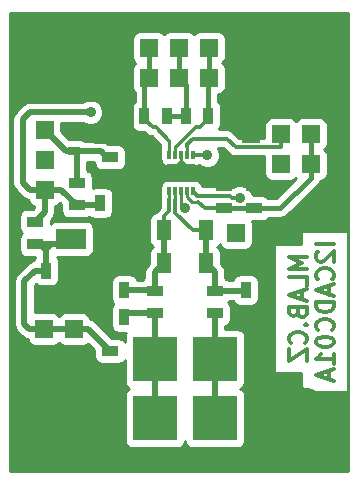
<source format=gbr>
G04 This is an RS-274x file exported by *
G04 gerbv version 2.6.0 *
G04 More information is available about gerbv at *
G04 http://gerbv.gpleda.org/ *
G04 --End of header info--*
%MOIN*%
%FSLAX34Y34*%
%IPPOS*%
G04 --Define apertures--*
%ADD10C,0.0118*%
%ADD11R,0.0350X0.0550*%
%ADD12R,0.0550X0.0350*%
%ADD13R,0.0984X0.0709*%
%ADD14R,0.0512X0.0669*%
%ADD15R,0.0394X0.0315*%
%ADD16R,0.0600X0.0600*%
%ADD17C,0.2362*%
%ADD18R,0.1500X0.1500*%
%ADD19R,0.0118X0.0256*%
%ADD20R,0.0488X0.0305*%
%ADD21C,0.0350*%
%ADD22C,0.0100*%
%ADD23C,0.0157*%
%ADD24C,0.0197*%
G04 --Start main section--*
G54D10*
G01X0011167Y0007936D02*
G01X0010577Y0007936D01*
G01X0010633Y0007683D02*
G01X0010605Y0007654D01*
G01X0010605Y0007654D02*
G01X0010577Y0007598D01*
G01X0010577Y0007598D02*
G01X0010577Y0007458D01*
G01X0010577Y0007458D02*
G01X0010605Y0007401D01*
G01X0010605Y0007401D02*
G01X0010633Y0007373D01*
G01X0010633Y0007373D02*
G01X0010689Y0007345D01*
G01X0010689Y0007345D02*
G01X0010745Y0007345D01*
G01X0010745Y0007345D02*
G01X0010830Y0007373D01*
G01X0010830Y0007373D02*
G01X0011167Y0007711D01*
G01X0011167Y0007711D02*
G01X0011167Y0007345D01*
G01X0011111Y0006755D02*
G01X0011139Y0006783D01*
G01X0011139Y0006783D02*
G01X0011167Y0006867D01*
G01X0011167Y0006867D02*
G01X0011167Y0006923D01*
G01X0011167Y0006923D02*
G01X0011139Y0007008D01*
G01X0011139Y0007008D02*
G01X0011083Y0007064D01*
G01X0011083Y0007064D02*
G01X0011027Y0007092D01*
G01X0011027Y0007092D02*
G01X0010914Y0007120D01*
G01X0010914Y0007120D02*
G01X0010830Y0007120D01*
G01X0010830Y0007120D02*
G01X0010717Y0007092D01*
G01X0010717Y0007092D02*
G01X0010661Y0007064D01*
G01X0010661Y0007064D02*
G01X0010605Y0007008D01*
G01X0010605Y0007008D02*
G01X0010577Y0006923D01*
G01X0010577Y0006923D02*
G01X0010577Y0006867D01*
G01X0010577Y0006867D02*
G01X0010605Y0006783D01*
G01X0010605Y0006783D02*
G01X0010633Y0006755D01*
G01X0010998Y0006530D02*
G01X0010998Y0006248D01*
G01X0011167Y0006586D02*
G01X0010577Y0006389D01*
G01X0010577Y0006389D02*
G01X0011167Y0006192D01*
G01X0011167Y0005995D02*
G01X0010577Y0005995D01*
G01X0010577Y0005995D02*
G01X0010577Y0005855D01*
G01X0010577Y0005855D02*
G01X0010605Y0005770D01*
G01X0010605Y0005770D02*
G01X0010661Y0005714D01*
G01X0010661Y0005714D02*
G01X0010717Y0005686D01*
G01X0010717Y0005686D02*
G01X0010830Y0005658D01*
G01X0010830Y0005658D02*
G01X0010914Y0005658D01*
G01X0010914Y0005658D02*
G01X0011027Y0005686D01*
G01X0011027Y0005686D02*
G01X0011083Y0005714D01*
G01X0011083Y0005714D02*
G01X0011139Y0005770D01*
G01X0011139Y0005770D02*
G01X0011167Y0005855D01*
G01X0011167Y0005855D02*
G01X0011167Y0005995D01*
G01X0011111Y0005067D02*
G01X0011139Y0005095D01*
G01X0011139Y0005095D02*
G01X0011167Y0005180D01*
G01X0011167Y0005180D02*
G01X0011167Y0005236D01*
G01X0011167Y0005236D02*
G01X0011139Y0005320D01*
G01X0011139Y0005320D02*
G01X0011083Y0005377D01*
G01X0011083Y0005377D02*
G01X0011027Y0005405D01*
G01X0011027Y0005405D02*
G01X0010914Y0005433D01*
G01X0010914Y0005433D02*
G01X0010830Y0005433D01*
G01X0010830Y0005433D02*
G01X0010717Y0005405D01*
G01X0010717Y0005405D02*
G01X0010661Y0005377D01*
G01X0010661Y0005377D02*
G01X0010605Y0005320D01*
G01X0010605Y0005320D02*
G01X0010577Y0005236D01*
G01X0010577Y0005236D02*
G01X0010577Y0005180D01*
G01X0010577Y0005180D02*
G01X0010605Y0005095D01*
G01X0010605Y0005095D02*
G01X0010633Y0005067D01*
G01X0010577Y0004702D02*
G01X0010577Y0004645D01*
G01X0010577Y0004645D02*
G01X0010605Y0004589D01*
G01X0010605Y0004589D02*
G01X0010633Y0004561D01*
G01X0010633Y0004561D02*
G01X0010689Y0004533D01*
G01X0010689Y0004533D02*
G01X0010802Y0004505D01*
G01X0010802Y0004505D02*
G01X0010942Y0004505D01*
G01X0010942Y0004505D02*
G01X0011055Y0004533D01*
G01X0011055Y0004533D02*
G01X0011111Y0004561D01*
G01X0011111Y0004561D02*
G01X0011139Y0004589D01*
G01X0011139Y0004589D02*
G01X0011167Y0004645D01*
G01X0011167Y0004645D02*
G01X0011167Y0004702D01*
G01X0011167Y0004702D02*
G01X0011139Y0004758D01*
G01X0011139Y0004758D02*
G01X0011111Y0004786D01*
G01X0011111Y0004786D02*
G01X0011055Y0004814D01*
G01X0011055Y0004814D02*
G01X0010942Y0004842D01*
G01X0010942Y0004842D02*
G01X0010802Y0004842D01*
G01X0010802Y0004842D02*
G01X0010689Y0004814D01*
G01X0010689Y0004814D02*
G01X0010633Y0004786D01*
G01X0010633Y0004786D02*
G01X0010605Y0004758D01*
G01X0010605Y0004758D02*
G01X0010577Y0004702D01*
G01X0011167Y0003942D02*
G01X0011167Y0004280D01*
G01X0011167Y0004111D02*
G01X0010577Y0004111D01*
G01X0010577Y0004111D02*
G01X0010661Y0004167D01*
G01X0010661Y0004167D02*
G01X0010717Y0004224D01*
G01X0010717Y0004224D02*
G01X0010745Y0004280D01*
G01X0010998Y0003717D02*
G01X0010998Y0003436D01*
G01X0011167Y0003774D02*
G01X0010577Y0003577D01*
G01X0010577Y0003577D02*
G01X0011167Y0003380D01*
G01X0010267Y0007501D02*
G01X0009677Y0007501D01*
G01X0009677Y0007501D02*
G01X0010098Y0007304D01*
G01X0010098Y0007304D02*
G01X0009677Y0007108D01*
G01X0009677Y0007108D02*
G01X0010267Y0007108D01*
G01X0010267Y0006545D02*
G01X0010267Y0006826D01*
G01X0010267Y0006826D02*
G01X0009677Y0006826D01*
G01X0010098Y0006376D02*
G01X0010098Y0006095D01*
G01X0010267Y0006433D02*
G01X0009677Y0006236D01*
G01X0009677Y0006236D02*
G01X0010267Y0006039D01*
G01X0009958Y0005645D02*
G01X0009986Y0005561D01*
G01X0009986Y0005561D02*
G01X0010014Y0005533D01*
G01X0010014Y0005533D02*
G01X0010070Y0005505D01*
G01X0010070Y0005505D02*
G01X0010155Y0005505D01*
G01X0010155Y0005505D02*
G01X0010211Y0005533D01*
G01X0010211Y0005533D02*
G01X0010239Y0005561D01*
G01X0010239Y0005561D02*
G01X0010267Y0005617D01*
G01X0010267Y0005617D02*
G01X0010267Y0005842D01*
G01X0010267Y0005842D02*
G01X0009677Y0005842D01*
G01X0009677Y0005842D02*
G01X0009677Y0005645D01*
G01X0009677Y0005645D02*
G01X0009705Y0005589D01*
G01X0009705Y0005589D02*
G01X0009733Y0005561D01*
G01X0009733Y0005561D02*
G01X0009789Y0005533D01*
G01X0009789Y0005533D02*
G01X0009845Y0005533D01*
G01X0009845Y0005533D02*
G01X0009902Y0005561D01*
G01X0009902Y0005561D02*
G01X0009930Y0005589D01*
G01X0009930Y0005589D02*
G01X0009958Y0005645D01*
G01X0009958Y0005645D02*
G01X0009958Y0005842D01*
G01X0010211Y0005252D02*
G01X0010239Y0005224D01*
G01X0010239Y0005224D02*
G01X0010267Y0005252D01*
G01X0010267Y0005252D02*
G01X0010239Y0005280D01*
G01X0010239Y0005280D02*
G01X0010211Y0005252D01*
G01X0010211Y0005252D02*
G01X0010267Y0005252D01*
G01X0010211Y0004633D02*
G01X0010239Y0004661D01*
G01X0010239Y0004661D02*
G01X0010267Y0004745D01*
G01X0010267Y0004745D02*
G01X0010267Y0004802D01*
G01X0010267Y0004802D02*
G01X0010239Y0004886D01*
G01X0010239Y0004886D02*
G01X0010183Y0004942D01*
G01X0010183Y0004942D02*
G01X0010127Y0004970D01*
G01X0010127Y0004970D02*
G01X0010014Y0004999D01*
G01X0010014Y0004999D02*
G01X0009930Y0004999D01*
G01X0009930Y0004999D02*
G01X0009817Y0004970D01*
G01X0009817Y0004970D02*
G01X0009761Y0004942D01*
G01X0009761Y0004942D02*
G01X0009705Y0004886D01*
G01X0009705Y0004886D02*
G01X0009677Y0004802D01*
G01X0009677Y0004802D02*
G01X0009677Y0004745D01*
G01X0009677Y0004745D02*
G01X0009705Y0004661D01*
G01X0009705Y0004661D02*
G01X0009733Y0004633D01*
G01X0009677Y0004436D02*
G01X0009677Y0004042D01*
G01X0009677Y0004042D02*
G01X0010267Y0004436D01*
G01X0010267Y0004436D02*
G01X0010267Y0004042D01*
G54D11*
G01X0008975Y0006400D03*
G01X0008225Y0006400D03*
G01X0004175Y0006400D03*
G01X0003425Y0006400D03*
G54D12*
G01X0008500Y0009875D03*
G01X0008500Y0009125D03*
G01X0007500Y0009875D03*
G01X0007500Y0009125D03*
G54D13*
G01X0003987Y0008100D03*
G01X0002413Y0008100D03*
G54D14*
G01X0006889Y0007300D03*
G01X0005511Y0007300D03*
G01X0005511Y0008400D03*
G01X0006889Y0008400D03*
G54D15*
G01X0003383Y0011400D03*
G01X0002517Y0011775D03*
G01X0002517Y0011025D03*
G54D16*
G01X0001500Y0006100D03*
G01X0002500Y0006100D03*
G01X0001500Y0005100D03*
G01X0002500Y0005100D03*
G01X0001500Y0004100D03*
G01X0002500Y0004100D03*
G01X0008900Y0008300D03*
G01X0007900Y0008300D03*
G01X0010400Y0010600D03*
G01X0009400Y0010600D03*
G01X0010400Y0011600D03*
G01X0009400Y0011600D03*
G01X0008000Y0014475D03*
G01X0008000Y0013475D03*
G01X0007000Y0014475D03*
G01X0007000Y0013475D03*
G01X0006000Y0014475D03*
G01X0006000Y0013475D03*
G01X0005000Y0014475D03*
G01X0005000Y0013475D03*
G01X0004000Y0014475D03*
G01X0004000Y0013475D03*
G54D17*
G01X0002000Y0014000D03*
G01X0010000Y0002000D03*
G01X0010000Y0014000D03*
G01X0002000Y0002000D03*
G54D18*
G01X0007200Y0002131D03*
G01X0007200Y0004100D03*
G01X0005200Y0002131D03*
G01X0005200Y0004100D03*
G54D12*
G01X0007200Y0006375D03*
G01X0007200Y0005625D03*
G01X0005200Y0006375D03*
G01X0005200Y0005625D03*
G01X0002600Y0009975D03*
G01X0002600Y0009225D03*
G54D11*
G01X0006975Y0012200D03*
G01X0006225Y0012200D03*
G01X0004850Y0012200D03*
G01X0005600Y0012200D03*
G54D19*
G01X0006469Y0009690D03*
G01X0006272Y0009690D03*
G01X0006075Y0009690D03*
G01X0005878Y0009690D03*
G01X0005681Y0009690D03*
G01X0005681Y0010910D03*
G01X0005878Y0010910D03*
G01X0006075Y0010910D03*
G01X0006272Y0010910D03*
G01X0006469Y0010910D03*
G54D20*
G01X0005831Y0010453D03*
G01X0006319Y0010453D03*
G01X0005831Y0010147D03*
G01X0006319Y0010147D03*
G54D16*
G01X0001525Y0009750D03*
G01X0001525Y0010750D03*
G01X0001525Y0011750D03*
G01X0008400Y0010600D03*
G01X0008400Y0011600D03*
G54D12*
G01X0001200Y0007925D03*
G01X0001200Y0008675D03*
G54D11*
G01X0002325Y0007050D03*
G01X0001575Y0007050D03*
G01X0004125Y0009300D03*
G01X0003375Y0009300D03*
G54D12*
G01X0003700Y0003625D03*
G01X0003700Y0004375D03*
G01X0003700Y0010075D03*
G01X0003700Y0010825D03*
G54D11*
G01X0003425Y0005500D03*
G01X0004175Y0005500D03*
G54D21*
G01X0003054Y0012327D03*
G01X0006200Y0009125D03*
G01X0006950Y0010900D03*
G01X0008032Y0009465D03*
G54D22*
G01X0006075Y0010910D02*
G01X0006075Y0010697D01*
G01X0006075Y0010697D02*
G01X0005831Y0010453D01*
G01X0006075Y0010697D02*
G01X0006319Y0010453D01*
G54D23*
G01X0004000Y0014475D02*
G01X0004000Y0013475D01*
G01X0008000Y0014475D02*
G01X0008000Y0013475D01*
G54D24*
G01X0007200Y0006375D02*
G01X0008200Y0006375D01*
G01X0008200Y0006375D02*
G01X0008225Y0006400D01*
G01X0006889Y0007300D02*
G01X0006889Y0008400D01*
G01X0007200Y0006375D02*
G01X0007200Y0006989D01*
G01X0007200Y0006989D02*
G01X0006889Y0007300D01*
G54D10*
G01X0005878Y0008984D02*
G01X0005878Y0009388D01*
G01X0006462Y0008400D02*
G01X0005878Y0008984D01*
G01X0006889Y0008400D02*
G01X0006462Y0008400D01*
G54D22*
G01X0005878Y0009690D02*
G01X0005878Y0009388D01*
G54D24*
G01X0004175Y0006400D02*
G01X0005175Y0006400D01*
G01X0005175Y0006400D02*
G01X0005200Y0006375D01*
G54D22*
G01X0005681Y0008570D02*
G01X0005511Y0008400D01*
G54D24*
G01X0005511Y0007300D02*
G01X0005511Y0008400D01*
G01X0005200Y0006375D02*
G01X0005200Y0006989D01*
G01X0005200Y0006989D02*
G01X0005511Y0007300D01*
G54D10*
G01X0005681Y0009023D02*
G01X0005681Y0009446D01*
G01X0005511Y0008853D02*
G01X0005681Y0009023D01*
G01X0005511Y0008400D02*
G01X0005511Y0008853D01*
G54D22*
G01X0005681Y0009569D02*
G01X0005681Y0009569D01*
G01X0005681Y0009569D02*
G01X0005681Y0009446D01*
G01X0005681Y0009690D02*
G01X0005681Y0009569D01*
G54D24*
G01X0002600Y0009225D02*
G01X0003360Y0009225D01*
G01X0001525Y0009750D02*
G01X0002075Y0009750D01*
G01X0002075Y0009750D02*
G01X0002600Y0009225D01*
G01X0001525Y0009750D02*
G01X0001525Y0009000D01*
G01X0001525Y0009000D02*
G01X0001200Y0008675D01*
G01X0003054Y0012327D02*
G01X0002472Y0012327D01*
G01X0001027Y0012327D02*
G01X0002472Y0012327D01*
G01X0000800Y0009978D02*
G01X0000800Y0012099D01*
G01X0000800Y0012099D02*
G01X0001027Y0012327D01*
G01X0001028Y0009750D02*
G01X0000800Y0009978D01*
G01X0001525Y0009750D02*
G01X0001028Y0009750D01*
G54D23*
G01X0006000Y0014475D02*
G01X0006000Y0013475D01*
G01X0006225Y0012200D02*
G01X0005600Y0012200D01*
G01X0006225Y0013250D02*
G01X0006000Y0013475D01*
G01X0006225Y0012200D02*
G01X0006225Y0013250D01*
G01X0010400Y0010600D02*
G01X0010400Y0011600D01*
G54D22*
G01X0006272Y0009503D02*
G01X0006425Y0009350D01*
G01X0006272Y0009690D02*
G01X0006272Y0009503D01*
G01X0006425Y0009350D02*
G01X0006650Y0009350D01*
G54D10*
G01X0006875Y0009125D02*
G01X0007500Y0009125D01*
G01X0006650Y0009350D02*
G01X0006875Y0009125D01*
G54D23*
G01X0008932Y0009125D02*
G01X0008500Y0009125D01*
G01X0009382Y0009125D02*
G01X0008932Y0009125D01*
G01X0010400Y0010143D02*
G01X0009382Y0009125D01*
G01X0010400Y0010600D02*
G01X0010400Y0010143D01*
G01X0008500Y0009125D02*
G01X0007500Y0009125D01*
G54D24*
G01X0001341Y0008816D02*
G01X0001200Y0008675D01*
G01X0001525Y0009750D02*
G01X0001525Y0009725D01*
G54D22*
G01X0006075Y0009250D02*
G01X0006200Y0009125D01*
G01X0006075Y0009690D02*
G01X0006075Y0009250D01*
G54D10*
G01X0009400Y0010600D02*
G01X0009332Y0010600D01*
G01X0006479Y0010900D02*
G01X0006469Y0010910D01*
G01X0006950Y0010900D02*
G01X0006479Y0010900D01*
G54D22*
G01X0006272Y0010910D02*
G01X0006272Y0011172D01*
G54D10*
G01X0009400Y0011182D02*
G01X0009400Y0011600D01*
G01X0009380Y0011162D02*
G01X0009400Y0011182D01*
G01X0007888Y0011162D02*
G01X0009380Y0011162D01*
G01X0007600Y0011450D02*
G01X0007888Y0011162D01*
G01X0006468Y0011450D02*
G01X0007600Y0011450D01*
G01X0006272Y0011253D02*
G01X0006468Y0011450D01*
G01X0006272Y0011172D02*
G01X0006272Y0011253D01*
G54D22*
G01X0005878Y0010910D02*
G01X0005878Y0011138D01*
G54D23*
G01X0007000Y0014475D02*
G01X0007000Y0013475D01*
G01X0006975Y0013450D02*
G01X0007000Y0013475D01*
G01X0006975Y0012200D02*
G01X0006975Y0013450D01*
G54D10*
G01X0006700Y0011825D02*
G01X0006565Y0011825D01*
G01X0006975Y0012100D02*
G01X0006700Y0011825D01*
G01X0006975Y0012200D02*
G01X0006975Y0012100D01*
G01X0006565Y0011825D02*
G01X0005916Y0011176D01*
G54D22*
G01X0005878Y0011138D02*
G01X0005916Y0011176D01*
G01X0005681Y0010910D02*
G01X0005681Y0011369D01*
G54D23*
G01X0005000Y0014475D02*
G01X0005000Y0013475D01*
G01X0004850Y0013325D02*
G01X0005000Y0013475D01*
G01X0004850Y0012200D02*
G01X0004850Y0013325D01*
G54D10*
G01X0004850Y0012100D02*
G01X0005125Y0011825D01*
G01X0004850Y0012200D02*
G01X0004850Y0012100D01*
G01X0005225Y0011825D02*
G01X0005681Y0011369D01*
G01X0005125Y0011825D02*
G01X0005225Y0011825D01*
G54D24*
G01X0007200Y0004100D02*
G01X0007200Y0005625D01*
G01X0007200Y0002131D02*
G01X0007200Y0003078D01*
G01X0007200Y0003078D02*
G01X0007200Y0004100D01*
G01X0005200Y0004100D02*
G01X0005200Y0005625D01*
G01X0005200Y0002131D02*
G01X0005200Y0003078D01*
G01X0005200Y0003078D02*
G01X0005200Y0004100D01*
G01X0004300Y0005625D02*
G01X0004175Y0005500D01*
G01X0005200Y0005625D02*
G01X0004300Y0005625D01*
G01X0002525Y0005075D02*
G01X0002500Y0005100D01*
G01X0001003Y0005100D02*
G01X0000850Y0005253D01*
G01X0001500Y0005100D02*
G01X0001003Y0005100D01*
G01X0001203Y0007050D02*
G01X0001575Y0007050D01*
G01X0000850Y0006697D02*
G01X0001203Y0007050D01*
G01X0000850Y0005253D02*
G01X0000850Y0006697D01*
G01X0002238Y0007925D02*
G01X0002413Y0008100D01*
G01X0001575Y0007050D02*
G01X0001575Y0007725D01*
G01X0001375Y0007925D02*
G01X0001200Y0007925D01*
G01X0001575Y0007725D02*
G01X0001375Y0007925D01*
G01X0001575Y0007768D02*
G01X0001732Y0007925D01*
G01X0001575Y0007725D02*
G01X0001575Y0007768D01*
G01X0001732Y0007925D02*
G01X0002238Y0007925D01*
G01X0001200Y0007925D02*
G01X0001732Y0007925D01*
G01X0001500Y0005100D02*
G01X0002500Y0005100D01*
G01X0002975Y0005100D02*
G01X0003700Y0004375D01*
G01X0002500Y0005100D02*
G01X0002975Y0005100D01*
G54D10*
G01X0008032Y0009465D02*
G01X0007785Y0009465D01*
G01X0006469Y0009690D02*
G01X0006469Y0009690D01*
G01X0006612Y0009547D02*
G01X0006469Y0009690D01*
G01X0007703Y0009547D02*
G01X0006612Y0009547D01*
G01X0007785Y0009465D02*
G01X0007703Y0009547D01*
G54D24*
G01X0002517Y0011025D02*
G01X0003396Y0011025D01*
G01X0003396Y0011025D02*
G01X0003648Y0010773D01*
G54D23*
G01X0002557Y0011025D02*
G01X0002517Y0011025D01*
G54D24*
G01X0002600Y0010942D02*
G01X0002517Y0011025D01*
G01X0002600Y0009975D02*
G01X0002600Y0010942D01*
G01X0001550Y0011775D02*
G01X0001525Y0011750D01*
G01X0002250Y0011025D02*
G01X0001525Y0011750D01*
G01X0002517Y0011025D02*
G01X0002250Y0011025D01*
G54D22*
G36*
G01X0011630Y0000370D02*
G01X0011622Y0000370D01*
G01X0011622Y0003015D01*
G01X0011622Y0008385D01*
G01X0010955Y0008385D01*
G01X0010955Y0010300D01*
G01X0010955Y0010900D01*
G01X0010936Y0010995D01*
G01X0010881Y0011079D01*
G01X0010851Y0011100D01*
G01X0010879Y0011119D01*
G01X0010935Y0011202D01*
G01X0010955Y0011300D01*
G01X0010955Y0011900D01*
G01X0010936Y0011995D01*
G01X0010881Y0012079D01*
G01X0010798Y0012135D01*
G01X0010700Y0012155D01*
G01X0010100Y0012155D01*
G01X0010005Y0012136D01*
G01X0009921Y0012081D01*
G01X0009900Y0012051D01*
G01X0009881Y0012079D01*
G01X0009798Y0012135D01*
G01X0009700Y0012155D01*
G01X0009100Y0012155D01*
G01X0009005Y0012136D01*
G01X0008921Y0012081D01*
G01X0008865Y0011998D01*
G01X0008845Y0011900D01*
G01X0008845Y0011471D01*
G01X0008016Y0011471D01*
G01X0007819Y0011669D01*
G01X0007718Y0011736D01*
G01X0007600Y0011759D01*
G01X0007340Y0011759D01*
G01X0007385Y0011827D01*
G01X0007405Y0011925D01*
G01X0007405Y0012475D01*
G01X0007386Y0012570D01*
G01X0007331Y0012654D01*
G01X0007304Y0012673D01*
G01X0007304Y0012921D01*
G01X0007395Y0012939D01*
G01X0007479Y0012994D01*
G01X0007535Y0013077D01*
G01X0007555Y0013175D01*
G01X0007555Y0013775D01*
G01X0007536Y0013870D01*
G01X0007481Y0013954D01*
G01X0007451Y0013975D01*
G01X0007479Y0013994D01*
G01X0007535Y0014077D01*
G01X0007555Y0014175D01*
G01X0007555Y0014775D01*
G01X0007536Y0014870D01*
G01X0007481Y0014954D01*
G01X0007398Y0015010D01*
G01X0007300Y0015030D01*
G01X0006700Y0015030D01*
G01X0006605Y0015011D01*
G01X0006521Y0014956D01*
G01X0006500Y0014926D01*
G01X0006481Y0014954D01*
G01X0006398Y0015010D01*
G01X0006300Y0015030D01*
G01X0005700Y0015030D01*
G01X0005605Y0015011D01*
G01X0005521Y0014956D01*
G01X0005500Y0014926D01*
G01X0005481Y0014954D01*
G01X0005398Y0015010D01*
G01X0005300Y0015030D01*
G01X0004700Y0015030D01*
G01X0004605Y0015011D01*
G01X0004521Y0014956D01*
G01X0004465Y0014873D01*
G01X0004445Y0014775D01*
G01X0004445Y0014175D01*
G01X0004464Y0014080D01*
G01X0004519Y0013996D01*
G01X0004549Y0013975D01*
G01X0004521Y0013956D01*
G01X0004465Y0013873D01*
G01X0004445Y0013775D01*
G01X0004445Y0013175D01*
G01X0004464Y0013080D01*
G01X0004519Y0012996D01*
G01X0004521Y0012994D01*
G01X0004521Y0012673D01*
G01X0004496Y0012656D01*
G01X0004440Y0012573D01*
G01X0004420Y0012475D01*
G01X0004420Y0011925D01*
G01X0004439Y0011830D01*
G01X0004494Y0011746D01*
G01X0004577Y0011690D01*
G01X0004675Y0011670D01*
G01X0004843Y0011670D01*
G01X0004906Y0011606D01*
G01X0005007Y0011539D01*
G01X0005007Y0011539D01*
G01X0005090Y0011523D01*
G01X0005381Y0011232D01*
G01X0005381Y0011108D01*
G01X0005367Y0011038D01*
G01X0005367Y0010782D01*
G01X0005386Y0010687D01*
G01X0005441Y0010603D01*
G01X0005524Y0010547D01*
G01X0005622Y0010527D01*
G01X0005740Y0010527D01*
G01X0005780Y0010535D01*
G01X0005819Y0010527D01*
G01X0005937Y0010527D01*
G01X0006033Y0010546D01*
G01X0006075Y0010574D01*
G01X0006115Y0010547D01*
G01X0006213Y0010527D01*
G01X0006331Y0010527D01*
G01X0006371Y0010535D01*
G01X0006410Y0010527D01*
G01X0006528Y0010527D01*
G01X0006623Y0010546D01*
G01X0006671Y0010578D01*
G01X0006709Y0010540D01*
G01X0006865Y0010475D01*
G01X0007034Y0010475D01*
G01X0007190Y0010539D01*
G01X0007310Y0010659D01*
G01X0007375Y0010815D01*
G01X0007375Y0010984D01*
G01X0007311Y0011140D01*
G01X0007310Y0011141D01*
G01X0007472Y0011141D01*
G01X0007669Y0010944D01*
G01X0007669Y0010944D01*
G01X0007669Y0010944D01*
G01X0007770Y0010877D01*
G01X0007888Y0010853D01*
G01X0007888Y0010853D01*
G01X0007888Y0010853D01*
G01X0008845Y0010853D01*
G01X0008845Y0010300D01*
G01X0008864Y0010205D01*
G01X0008919Y0010121D01*
G01X0009002Y0010065D01*
G01X0009100Y0010045D01*
G01X0009700Y0010045D01*
G01X0009795Y0010064D01*
G01X0009879Y0010119D01*
G01X0009900Y0010149D01*
G01X0009917Y0010124D01*
G01X0009246Y0009454D01*
G01X0008973Y0009454D01*
G01X0008956Y0009479D01*
G01X0008873Y0009535D01*
G01X0008775Y0009555D01*
G01X0008455Y0009555D01*
G01X0008393Y0009706D01*
G01X0008273Y0009825D01*
G01X0008117Y0009890D01*
G01X0007948Y0009890D01*
G01X0007813Y0009834D01*
G01X0007703Y0009856D01*
G01X0006775Y0009856D01*
G01X0006764Y0009913D01*
G01X0006709Y0009997D01*
G01X0006626Y0010053D01*
G01X0006528Y0010073D01*
G01X0006410Y0010073D01*
G01X0006370Y0010065D01*
G01X0006331Y0010073D01*
G01X0006213Y0010073D01*
G01X0006173Y0010065D01*
G01X0006134Y0010073D01*
G01X0006016Y0010073D01*
G01X0005976Y0010065D01*
G01X0005937Y0010073D01*
G01X0005819Y0010073D01*
G01X0005779Y0010065D01*
G01X0005740Y0010073D01*
G01X0005622Y0010073D01*
G01X0005527Y0010054D01*
G01X0005443Y0009999D01*
G01X0005387Y0009916D01*
G01X0005367Y0009818D01*
G01X0005367Y0009562D01*
G01X0005381Y0009491D01*
G01X0005372Y0009446D01*
G01X0005372Y0009151D01*
G01X0005292Y0009071D01*
G01X0005235Y0008986D01*
G01X0005160Y0008971D01*
G01X0005076Y0008916D01*
G01X0005020Y0008833D01*
G01X0005000Y0008735D01*
G01X0005000Y0008066D01*
G01X0005019Y0007970D01*
G01X0005074Y0007886D01*
G01X0005128Y0007850D01*
G01X0005076Y0007816D01*
G01X0005020Y0007733D01*
G01X0005000Y0007635D01*
G01X0005000Y0007282D01*
G01X0004954Y0007235D01*
G01X0004878Y0007122D01*
G01X0004874Y0007100D01*
G01X0004852Y0006989D01*
G01X0004852Y0006989D01*
G01X0004852Y0006791D01*
G01X0004830Y0006786D01*
G01X0004772Y0006748D01*
G01X0004591Y0006748D01*
G01X0004586Y0006770D01*
G01X0004531Y0006854D01*
G01X0004448Y0006910D01*
G01X0004350Y0006930D01*
G01X0004000Y0006930D01*
G01X0003905Y0006911D01*
G01X0003821Y0006856D01*
G01X0003765Y0006773D01*
G01X0003745Y0006675D01*
G01X0003745Y0006125D01*
G01X0003764Y0006030D01*
G01X0003816Y0005950D01*
G01X0003765Y0005873D01*
G01X0003745Y0005775D01*
G01X0003745Y0005225D01*
G01X0003764Y0005130D01*
G01X0003819Y0005046D01*
G01X0003902Y0004990D01*
G01X0004000Y0004970D01*
G01X0004230Y0004970D01*
G01X0004215Y0004948D01*
G01X0004195Y0004850D01*
G01X0004195Y0004670D01*
G01X0004156Y0004729D01*
G01X0004073Y0004785D01*
G01X0003975Y0004805D01*
G01X0003763Y0004805D01*
G01X0003221Y0005346D01*
G01X0003108Y0005422D01*
G01X0003086Y0005426D01*
G01X0003048Y0005434D01*
G01X0003036Y0005495D01*
G01X0002981Y0005579D01*
G01X0002898Y0005635D01*
G01X0002800Y0005655D01*
G01X0002200Y0005655D01*
G01X0002105Y0005636D01*
G01X0002021Y0005581D01*
G01X0002000Y0005551D01*
G01X0001981Y0005579D01*
G01X0001898Y0005635D01*
G01X0001800Y0005655D01*
G01X0001200Y0005655D01*
G01X0001198Y0005655D01*
G01X0001198Y0006553D01*
G01X0001232Y0006587D01*
G01X0001302Y0006540D01*
G01X0001400Y0006520D01*
G01X0001750Y0006520D01*
G01X0001845Y0006539D01*
G01X0001929Y0006594D01*
G01X0001985Y0006677D01*
G01X0002005Y0006775D01*
G01X0002005Y0007325D01*
G01X0001986Y0007420D01*
G01X0001940Y0007491D01*
G01X0002905Y0007491D01*
G01X0003000Y0007509D01*
G01X0003084Y0007564D01*
G01X0003140Y0007647D01*
G01X0003160Y0007746D01*
G01X0003160Y0008455D01*
G01X0003141Y0008550D01*
G01X0003086Y0008634D01*
G01X0003003Y0008690D01*
G01X0002905Y0008709D01*
G01X0001921Y0008709D01*
G01X0001826Y0008691D01*
G01X0001742Y0008636D01*
G01X0001730Y0008618D01*
G01X0001730Y0008712D01*
G01X0001771Y0008754D01*
G01X0001771Y0008754D01*
G01X0001771Y0008754D01*
G01X0001847Y0008867D01*
G01X0001873Y0009000D01*
G01X0001873Y0009204D01*
G01X0001920Y0009214D01*
G01X0002004Y0009269D01*
G01X0002028Y0009304D01*
G01X0002070Y0009262D01*
G01X0002070Y0009050D01*
G01X0002089Y0008955D01*
G01X0002144Y0008871D01*
G01X0002227Y0008815D01*
G01X0002325Y0008795D01*
G01X0002875Y0008795D01*
G01X0002970Y0008814D01*
G01X0003019Y0008846D01*
G01X0003102Y0008790D01*
G01X0003200Y0008770D01*
G01X0003550Y0008770D01*
G01X0003645Y0008789D01*
G01X0003729Y0008844D01*
G01X0003785Y0008927D01*
G01X0003805Y0009025D01*
G01X0003805Y0009575D01*
G01X0003786Y0009670D01*
G01X0003731Y0009754D01*
G01X0003648Y0009810D01*
G01X0003550Y0009830D01*
G01X0003200Y0009830D01*
G01X0003130Y0009816D01*
G01X0003130Y0010150D01*
G01X0003111Y0010245D01*
G01X0003056Y0010329D01*
G01X0002973Y0010385D01*
G01X0002948Y0010390D01*
G01X0002948Y0010677D01*
G01X0003170Y0010677D01*
G01X0003170Y0010650D01*
G01X0003189Y0010555D01*
G01X0003244Y0010471D01*
G01X0003327Y0010415D01*
G01X0003425Y0010395D01*
G01X0003975Y0010395D01*
G01X0004070Y0010414D01*
G01X0004154Y0010469D01*
G01X0004210Y0010552D01*
G01X0004230Y0010650D01*
G01X0004230Y0011000D01*
G01X0004211Y0011095D01*
G01X0004156Y0011179D01*
G01X0004073Y0011235D01*
G01X0003975Y0011255D01*
G01X0003659Y0011255D01*
G01X0003642Y0011271D01*
G01X0003529Y0011347D01*
G01X0003507Y0011351D01*
G01X0003396Y0011373D01*
G01X0003396Y0011373D01*
G01X0002878Y0011373D01*
G01X0002812Y0011418D01*
G01X0002714Y0011437D01*
G01X0002330Y0011437D01*
G01X0002080Y0011688D01*
G01X0002080Y0011978D01*
G01X0002472Y0011978D01*
G01X0002801Y0011978D01*
G01X0002813Y0011967D01*
G01X0002969Y0011902D01*
G01X0003138Y0011902D01*
G01X0003295Y0011966D01*
G01X0003414Y0012086D01*
G01X0003479Y0012242D01*
G01X0003479Y0012411D01*
G01X0003415Y0012567D01*
G01X0003295Y0012687D01*
G01X0003139Y0012752D01*
G01X0002970Y0012752D01*
G01X0002814Y0012687D01*
G01X0002802Y0012675D01*
G01X0002472Y0012675D01*
G01X0001028Y0012675D01*
G01X0001027Y0012675D01*
G01X0000916Y0012653D01*
G01X0000894Y0012649D01*
G01X0000781Y0012573D01*
G01X0000781Y0012573D01*
G01X0000554Y0012346D01*
G01X0000478Y0012233D01*
G01X0000474Y0012210D01*
G01X0000452Y0012099D01*
G01X0000452Y0012099D01*
G01X0000452Y0009978D01*
G01X0000452Y0009978D01*
G01X0000474Y0009867D01*
G01X0000478Y0009845D01*
G01X0000554Y0009732D01*
G01X0000782Y0009504D01*
G01X0000782Y0009504D01*
G01X0000782Y0009504D01*
G01X0000895Y0009428D01*
G01X0000895Y0009428D01*
G01X0000917Y0009424D01*
G01X0000978Y0009412D01*
G01X0000978Y0009412D01*
G01X0000989Y0009355D01*
G01X0001044Y0009271D01*
G01X0001127Y0009215D01*
G01X0001177Y0009205D01*
G01X0001177Y0009144D01*
G01X0001137Y0009105D01*
G01X0000925Y0009105D01*
G01X0000830Y0009086D01*
G01X0000746Y0009031D01*
G01X0000690Y0008948D01*
G01X0000670Y0008850D01*
G01X0000670Y0008500D01*
G01X0000689Y0008405D01*
G01X0000744Y0008321D01*
G01X0000774Y0008300D01*
G01X0000746Y0008281D01*
G01X0000690Y0008198D01*
G01X0000670Y0008100D01*
G01X0000670Y0007750D01*
G01X0000689Y0007655D01*
G01X0000744Y0007571D01*
G01X0000827Y0007515D01*
G01X0000925Y0007495D01*
G01X0001213Y0007495D01*
G01X0001165Y0007423D01*
G01X0001158Y0007389D01*
G01X0001070Y0007372D01*
G01X0001032Y0007347D01*
G01X0000957Y0007296D01*
G01X0000957Y0007296D01*
G01X0000604Y0006943D01*
G01X0000528Y0006830D01*
G01X0000524Y0006808D01*
G01X0000502Y0006697D01*
G01X0000502Y0006697D01*
G01X0000502Y0005253D01*
G01X0000502Y0005253D01*
G01X0000524Y0005142D01*
G01X0000528Y0005120D01*
G01X0000604Y0005007D01*
G01X0000757Y0004854D01*
G01X0000757Y0004854D01*
G01X0000870Y0004778D01*
G01X0000953Y0004762D01*
G01X0000953Y0004762D01*
G01X0000964Y0004705D01*
G01X0001019Y0004621D01*
G01X0001102Y0004565D01*
G01X0001200Y0004545D01*
G01X0001800Y0004545D01*
G01X0001895Y0004564D01*
G01X0001979Y0004619D01*
G01X0002000Y0004649D01*
G01X0002019Y0004621D01*
G01X0002102Y0004565D01*
G01X0002200Y0004545D01*
G01X0002800Y0004545D01*
G01X0002895Y0004564D01*
G01X0002970Y0004612D01*
G01X0003170Y0004412D01*
G01X0003170Y0004200D01*
G01X0003189Y0004105D01*
G01X0003244Y0004021D01*
G01X0003327Y0003965D01*
G01X0003425Y0003945D01*
G01X0003975Y0003945D01*
G01X0004070Y0003964D01*
G01X0004154Y0004019D01*
G01X0004195Y0004079D01*
G01X0004195Y0003350D01*
G01X0004214Y0003255D01*
G01X0004269Y0003171D01*
G01X0004351Y0003115D01*
G01X0004271Y0003063D01*
G01X0004215Y0002980D01*
G01X0004195Y0002881D01*
G01X0004195Y0001381D01*
G01X0004214Y0001286D01*
G01X0004269Y0001202D01*
G01X0004352Y0001146D01*
G01X0004450Y0001127D01*
G01X0005950Y0001127D01*
G01X0006045Y0001145D01*
G01X0006129Y0001200D01*
G01X0006185Y0001283D01*
G01X0006200Y0001357D01*
G01X0006214Y0001286D01*
G01X0006269Y0001202D01*
G01X0006352Y0001146D01*
G01X0006450Y0001127D01*
G01X0007950Y0001127D01*
G01X0008045Y0001145D01*
G01X0008129Y0001200D01*
G01X0008185Y0001283D01*
G01X0008205Y0001381D01*
G01X0008205Y0002881D01*
G01X0008186Y0002977D01*
G01X0008131Y0003061D01*
G01X0008049Y0003116D01*
G01X0008129Y0003169D01*
G01X0008185Y0003252D01*
G01X0008205Y0003350D01*
G01X0008205Y0004850D01*
G01X0008186Y0004945D01*
G01X0008131Y0005029D01*
G01X0008048Y0005085D01*
G01X0007950Y0005105D01*
G01X0007548Y0005105D01*
G01X0007548Y0005209D01*
G01X0007570Y0005214D01*
G01X0007654Y0005269D01*
G01X0007710Y0005352D01*
G01X0007730Y0005450D01*
G01X0007730Y0005800D01*
G01X0007711Y0005895D01*
G01X0007656Y0005979D01*
G01X0007626Y0006000D01*
G01X0007654Y0006019D01*
G01X0007659Y0006027D01*
G01X0007816Y0006027D01*
G01X0007869Y0005946D01*
G01X0007952Y0005890D01*
G01X0008050Y0005870D01*
G01X0008400Y0005870D01*
G01X0008495Y0005889D01*
G01X0008579Y0005944D01*
G01X0008635Y0006027D01*
G01X0008655Y0006125D01*
G01X0008655Y0006675D01*
G01X0008636Y0006770D01*
G01X0008581Y0006854D01*
G01X0008498Y0006910D01*
G01X0008400Y0006930D01*
G01X0008050Y0006930D01*
G01X0007955Y0006911D01*
G01X0007871Y0006856D01*
G01X0007815Y0006773D01*
G01X0007805Y0006723D01*
G01X0007660Y0006723D01*
G01X0007656Y0006729D01*
G01X0007573Y0006785D01*
G01X0007548Y0006790D01*
G01X0007548Y0006989D01*
G01X0007548Y0006989D01*
G01X0007548Y0006989D01*
G01X0007526Y0007100D01*
G01X0007522Y0007122D01*
G01X0007522Y0007122D01*
G01X0007446Y0007235D01*
G01X0007446Y0007235D01*
G01X0007446Y0007235D01*
G01X0007400Y0007282D01*
G01X0007400Y0007635D01*
G01X0007381Y0007730D01*
G01X0007326Y0007814D01*
G01X0007272Y0007850D01*
G01X0007324Y0007884D01*
G01X0007358Y0007934D01*
G01X0007364Y0007905D01*
G01X0007419Y0007821D01*
G01X0007502Y0007765D01*
G01X0007600Y0007745D01*
G01X0008200Y0007745D01*
G01X0008295Y0007764D01*
G01X0008379Y0007819D01*
G01X0008435Y0007902D01*
G01X0008455Y0008000D01*
G01X0008455Y0008600D01*
G01X0008436Y0008695D01*
G01X0008775Y0008695D01*
G01X0008870Y0008714D01*
G01X0008954Y0008769D01*
G01X0008973Y0008796D01*
G01X0009382Y0008796D01*
G01X0009508Y0008821D01*
G01X0009508Y0008821D01*
G01X0009615Y0008893D01*
G01X0010632Y0009910D01*
G01X0010704Y0010017D01*
G01X0010704Y0010017D01*
G01X0010710Y0010047D01*
G01X0010795Y0010064D01*
G01X0010879Y0010119D01*
G01X0010935Y0010202D01*
G01X0010955Y0010300D01*
G01X0010955Y0008385D01*
G01X0010059Y0008385D01*
G01X0010059Y0007951D01*
G01X0009159Y0007951D01*
G01X0009159Y0003649D01*
G01X0010059Y0003649D01*
G01X0010059Y0003015D01*
G01X0011622Y0003015D01*
G01X0011622Y0000370D01*
G01X0000370Y0000370D01*
G01X0000370Y0015630D01*
G01X0011630Y0015630D01*
G01X0011630Y0000370D01*
G01X0011630Y0000370D01*
G37*
G01X0011630Y0000370D02*
G01X0011622Y0000370D01*
G01X0011622Y0000370D02*
G01X0011622Y0003015D01*
G01X0011622Y0003015D02*
G01X0011622Y0008385D01*
G01X0011622Y0008385D02*
G01X0010955Y0008385D01*
G01X0010955Y0008385D02*
G01X0010955Y0010300D01*
G01X0010955Y0010300D02*
G01X0010955Y0010900D01*
G01X0010955Y0010900D02*
G01X0010936Y0010995D01*
G01X0010936Y0010995D02*
G01X0010881Y0011079D01*
G01X0010881Y0011079D02*
G01X0010851Y0011100D01*
G01X0010851Y0011100D02*
G01X0010879Y0011119D01*
G01X0010879Y0011119D02*
G01X0010935Y0011202D01*
G01X0010935Y0011202D02*
G01X0010955Y0011300D01*
G01X0010955Y0011300D02*
G01X0010955Y0011900D01*
G01X0010955Y0011900D02*
G01X0010936Y0011995D01*
G01X0010936Y0011995D02*
G01X0010881Y0012079D01*
G01X0010881Y0012079D02*
G01X0010798Y0012135D01*
G01X0010798Y0012135D02*
G01X0010700Y0012155D01*
G01X0010700Y0012155D02*
G01X0010100Y0012155D01*
G01X0010100Y0012155D02*
G01X0010005Y0012136D01*
G01X0010005Y0012136D02*
G01X0009921Y0012081D01*
G01X0009921Y0012081D02*
G01X0009900Y0012051D01*
G01X0009900Y0012051D02*
G01X0009881Y0012079D01*
G01X0009881Y0012079D02*
G01X0009798Y0012135D01*
G01X0009798Y0012135D02*
G01X0009700Y0012155D01*
G01X0009700Y0012155D02*
G01X0009100Y0012155D01*
G01X0009100Y0012155D02*
G01X0009005Y0012136D01*
G01X0009005Y0012136D02*
G01X0008921Y0012081D01*
G01X0008921Y0012081D02*
G01X0008865Y0011998D01*
G01X0008865Y0011998D02*
G01X0008845Y0011900D01*
G01X0008845Y0011900D02*
G01X0008845Y0011471D01*
G01X0008845Y0011471D02*
G01X0008016Y0011471D01*
G01X0008016Y0011471D02*
G01X0007819Y0011669D01*
G01X0007819Y0011669D02*
G01X0007718Y0011736D01*
G01X0007718Y0011736D02*
G01X0007600Y0011759D01*
G01X0007600Y0011759D02*
G01X0007340Y0011759D01*
G01X0007340Y0011759D02*
G01X0007385Y0011827D01*
G01X0007385Y0011827D02*
G01X0007405Y0011925D01*
G01X0007405Y0011925D02*
G01X0007405Y0012475D01*
G01X0007405Y0012475D02*
G01X0007386Y0012570D01*
G01X0007386Y0012570D02*
G01X0007331Y0012654D01*
G01X0007331Y0012654D02*
G01X0007304Y0012673D01*
G01X0007304Y0012673D02*
G01X0007304Y0012921D01*
G01X0007304Y0012921D02*
G01X0007395Y0012939D01*
G01X0007395Y0012939D02*
G01X0007479Y0012994D01*
G01X0007479Y0012994D02*
G01X0007535Y0013077D01*
G01X0007535Y0013077D02*
G01X0007555Y0013175D01*
G01X0007555Y0013175D02*
G01X0007555Y0013775D01*
G01X0007555Y0013775D02*
G01X0007536Y0013870D01*
G01X0007536Y0013870D02*
G01X0007481Y0013954D01*
G01X0007481Y0013954D02*
G01X0007451Y0013975D01*
G01X0007451Y0013975D02*
G01X0007479Y0013994D01*
G01X0007479Y0013994D02*
G01X0007535Y0014077D01*
G01X0007535Y0014077D02*
G01X0007555Y0014175D01*
G01X0007555Y0014175D02*
G01X0007555Y0014775D01*
G01X0007555Y0014775D02*
G01X0007536Y0014870D01*
G01X0007536Y0014870D02*
G01X0007481Y0014954D01*
G01X0007481Y0014954D02*
G01X0007398Y0015010D01*
G01X0007398Y0015010D02*
G01X0007300Y0015030D01*
G01X0007300Y0015030D02*
G01X0006700Y0015030D01*
G01X0006700Y0015030D02*
G01X0006605Y0015011D01*
G01X0006605Y0015011D02*
G01X0006521Y0014956D01*
G01X0006521Y0014956D02*
G01X0006500Y0014926D01*
G01X0006500Y0014926D02*
G01X0006481Y0014954D01*
G01X0006481Y0014954D02*
G01X0006398Y0015010D01*
G01X0006398Y0015010D02*
G01X0006300Y0015030D01*
G01X0006300Y0015030D02*
G01X0005700Y0015030D01*
G01X0005700Y0015030D02*
G01X0005605Y0015011D01*
G01X0005605Y0015011D02*
G01X0005521Y0014956D01*
G01X0005521Y0014956D02*
G01X0005500Y0014926D01*
G01X0005500Y0014926D02*
G01X0005481Y0014954D01*
G01X0005481Y0014954D02*
G01X0005398Y0015010D01*
G01X0005398Y0015010D02*
G01X0005300Y0015030D01*
G01X0005300Y0015030D02*
G01X0004700Y0015030D01*
G01X0004700Y0015030D02*
G01X0004605Y0015011D01*
G01X0004605Y0015011D02*
G01X0004521Y0014956D01*
G01X0004521Y0014956D02*
G01X0004465Y0014873D01*
G01X0004465Y0014873D02*
G01X0004445Y0014775D01*
G01X0004445Y0014775D02*
G01X0004445Y0014175D01*
G01X0004445Y0014175D02*
G01X0004464Y0014080D01*
G01X0004464Y0014080D02*
G01X0004519Y0013996D01*
G01X0004519Y0013996D02*
G01X0004549Y0013975D01*
G01X0004549Y0013975D02*
G01X0004521Y0013956D01*
G01X0004521Y0013956D02*
G01X0004465Y0013873D01*
G01X0004465Y0013873D02*
G01X0004445Y0013775D01*
G01X0004445Y0013775D02*
G01X0004445Y0013175D01*
G01X0004445Y0013175D02*
G01X0004464Y0013080D01*
G01X0004464Y0013080D02*
G01X0004519Y0012996D01*
G01X0004519Y0012996D02*
G01X0004521Y0012994D01*
G01X0004521Y0012994D02*
G01X0004521Y0012673D01*
G01X0004521Y0012673D02*
G01X0004496Y0012656D01*
G01X0004496Y0012656D02*
G01X0004440Y0012573D01*
G01X0004440Y0012573D02*
G01X0004420Y0012475D01*
G01X0004420Y0012475D02*
G01X0004420Y0011925D01*
G01X0004420Y0011925D02*
G01X0004439Y0011830D01*
G01X0004439Y0011830D02*
G01X0004494Y0011746D01*
G01X0004494Y0011746D02*
G01X0004577Y0011690D01*
G01X0004577Y0011690D02*
G01X0004675Y0011670D01*
G01X0004675Y0011670D02*
G01X0004843Y0011670D01*
G01X0004843Y0011670D02*
G01X0004906Y0011606D01*
G01X0004906Y0011606D02*
G01X0005007Y0011539D01*
G01X0005007Y0011539D02*
G01X0005007Y0011539D01*
G01X0005007Y0011539D02*
G01X0005090Y0011523D01*
G01X0005090Y0011523D02*
G01X0005381Y0011232D01*
G01X0005381Y0011232D02*
G01X0005381Y0011108D01*
G01X0005381Y0011108D02*
G01X0005367Y0011038D01*
G01X0005367Y0011038D02*
G01X0005367Y0010782D01*
G01X0005367Y0010782D02*
G01X0005386Y0010687D01*
G01X0005386Y0010687D02*
G01X0005441Y0010603D01*
G01X0005441Y0010603D02*
G01X0005524Y0010547D01*
G01X0005524Y0010547D02*
G01X0005622Y0010527D01*
G01X0005622Y0010527D02*
G01X0005740Y0010527D01*
G01X0005740Y0010527D02*
G01X0005780Y0010535D01*
G01X0005780Y0010535D02*
G01X0005819Y0010527D01*
G01X0005819Y0010527D02*
G01X0005937Y0010527D01*
G01X0005937Y0010527D02*
G01X0006033Y0010546D01*
G01X0006033Y0010546D02*
G01X0006075Y0010574D01*
G01X0006075Y0010574D02*
G01X0006115Y0010547D01*
G01X0006115Y0010547D02*
G01X0006213Y0010527D01*
G01X0006213Y0010527D02*
G01X0006331Y0010527D01*
G01X0006331Y0010527D02*
G01X0006371Y0010535D01*
G01X0006371Y0010535D02*
G01X0006410Y0010527D01*
G01X0006410Y0010527D02*
G01X0006528Y0010527D01*
G01X0006528Y0010527D02*
G01X0006623Y0010546D01*
G01X0006623Y0010546D02*
G01X0006671Y0010578D01*
G01X0006671Y0010578D02*
G01X0006709Y0010540D01*
G01X0006709Y0010540D02*
G01X0006865Y0010475D01*
G01X0006865Y0010475D02*
G01X0007034Y0010475D01*
G01X0007034Y0010475D02*
G01X0007190Y0010539D01*
G01X0007190Y0010539D02*
G01X0007310Y0010659D01*
G01X0007310Y0010659D02*
G01X0007375Y0010815D01*
G01X0007375Y0010815D02*
G01X0007375Y0010984D01*
G01X0007375Y0010984D02*
G01X0007311Y0011140D01*
G01X0007311Y0011140D02*
G01X0007310Y0011141D01*
G01X0007310Y0011141D02*
G01X0007472Y0011141D01*
G01X0007472Y0011141D02*
G01X0007669Y0010944D01*
G01X0007669Y0010944D02*
G01X0007669Y0010944D01*
G01X0007669Y0010944D02*
G01X0007669Y0010944D01*
G01X0007669Y0010944D02*
G01X0007770Y0010877D01*
G01X0007770Y0010877D02*
G01X0007888Y0010853D01*
G01X0007888Y0010853D02*
G01X0007888Y0010853D01*
G01X0007888Y0010853D02*
G01X0007888Y0010853D01*
G01X0007888Y0010853D02*
G01X0008845Y0010853D01*
G01X0008845Y0010853D02*
G01X0008845Y0010300D01*
G01X0008845Y0010300D02*
G01X0008864Y0010205D01*
G01X0008864Y0010205D02*
G01X0008919Y0010121D01*
G01X0008919Y0010121D02*
G01X0009002Y0010065D01*
G01X0009002Y0010065D02*
G01X0009100Y0010045D01*
G01X0009100Y0010045D02*
G01X0009700Y0010045D01*
G01X0009700Y0010045D02*
G01X0009795Y0010064D01*
G01X0009795Y0010064D02*
G01X0009879Y0010119D01*
G01X0009879Y0010119D02*
G01X0009900Y0010149D01*
G01X0009900Y0010149D02*
G01X0009917Y0010124D01*
G01X0009917Y0010124D02*
G01X0009246Y0009454D01*
G01X0009246Y0009454D02*
G01X0008973Y0009454D01*
G01X0008973Y0009454D02*
G01X0008956Y0009479D01*
G01X0008956Y0009479D02*
G01X0008873Y0009535D01*
G01X0008873Y0009535D02*
G01X0008775Y0009555D01*
G01X0008775Y0009555D02*
G01X0008455Y0009555D01*
G01X0008455Y0009555D02*
G01X0008393Y0009706D01*
G01X0008393Y0009706D02*
G01X0008273Y0009825D01*
G01X0008273Y0009825D02*
G01X0008117Y0009890D01*
G01X0008117Y0009890D02*
G01X0007948Y0009890D01*
G01X0007948Y0009890D02*
G01X0007813Y0009834D01*
G01X0007813Y0009834D02*
G01X0007703Y0009856D01*
G01X0007703Y0009856D02*
G01X0006775Y0009856D01*
G01X0006775Y0009856D02*
G01X0006764Y0009913D01*
G01X0006764Y0009913D02*
G01X0006709Y0009997D01*
G01X0006709Y0009997D02*
G01X0006626Y0010053D01*
G01X0006626Y0010053D02*
G01X0006528Y0010073D01*
G01X0006528Y0010073D02*
G01X0006410Y0010073D01*
G01X0006410Y0010073D02*
G01X0006370Y0010065D01*
G01X0006370Y0010065D02*
G01X0006331Y0010073D01*
G01X0006331Y0010073D02*
G01X0006213Y0010073D01*
G01X0006213Y0010073D02*
G01X0006173Y0010065D01*
G01X0006173Y0010065D02*
G01X0006134Y0010073D01*
G01X0006134Y0010073D02*
G01X0006016Y0010073D01*
G01X0006016Y0010073D02*
G01X0005976Y0010065D01*
G01X0005976Y0010065D02*
G01X0005937Y0010073D01*
G01X0005937Y0010073D02*
G01X0005819Y0010073D01*
G01X0005819Y0010073D02*
G01X0005779Y0010065D01*
G01X0005779Y0010065D02*
G01X0005740Y0010073D01*
G01X0005740Y0010073D02*
G01X0005622Y0010073D01*
G01X0005622Y0010073D02*
G01X0005527Y0010054D01*
G01X0005527Y0010054D02*
G01X0005443Y0009999D01*
G01X0005443Y0009999D02*
G01X0005387Y0009916D01*
G01X0005387Y0009916D02*
G01X0005367Y0009818D01*
G01X0005367Y0009818D02*
G01X0005367Y0009562D01*
G01X0005367Y0009562D02*
G01X0005381Y0009491D01*
G01X0005381Y0009491D02*
G01X0005372Y0009446D01*
G01X0005372Y0009446D02*
G01X0005372Y0009151D01*
G01X0005372Y0009151D02*
G01X0005292Y0009071D01*
G01X0005292Y0009071D02*
G01X0005235Y0008986D01*
G01X0005235Y0008986D02*
G01X0005160Y0008971D01*
G01X0005160Y0008971D02*
G01X0005076Y0008916D01*
G01X0005076Y0008916D02*
G01X0005020Y0008833D01*
G01X0005020Y0008833D02*
G01X0005000Y0008735D01*
G01X0005000Y0008735D02*
G01X0005000Y0008066D01*
G01X0005000Y0008066D02*
G01X0005019Y0007970D01*
G01X0005019Y0007970D02*
G01X0005074Y0007886D01*
G01X0005074Y0007886D02*
G01X0005128Y0007850D01*
G01X0005128Y0007850D02*
G01X0005076Y0007816D01*
G01X0005076Y0007816D02*
G01X0005020Y0007733D01*
G01X0005020Y0007733D02*
G01X0005000Y0007635D01*
G01X0005000Y0007635D02*
G01X0005000Y0007282D01*
G01X0005000Y0007282D02*
G01X0004954Y0007235D01*
G01X0004954Y0007235D02*
G01X0004878Y0007122D01*
G01X0004878Y0007122D02*
G01X0004874Y0007100D01*
G01X0004874Y0007100D02*
G01X0004852Y0006989D01*
G01X0004852Y0006989D02*
G01X0004852Y0006989D01*
G01X0004852Y0006989D02*
G01X0004852Y0006791D01*
G01X0004852Y0006791D02*
G01X0004830Y0006786D01*
G01X0004830Y0006786D02*
G01X0004772Y0006748D01*
G01X0004772Y0006748D02*
G01X0004591Y0006748D01*
G01X0004591Y0006748D02*
G01X0004586Y0006770D01*
G01X0004586Y0006770D02*
G01X0004531Y0006854D01*
G01X0004531Y0006854D02*
G01X0004448Y0006910D01*
G01X0004448Y0006910D02*
G01X0004350Y0006930D01*
G01X0004350Y0006930D02*
G01X0004000Y0006930D01*
G01X0004000Y0006930D02*
G01X0003905Y0006911D01*
G01X0003905Y0006911D02*
G01X0003821Y0006856D01*
G01X0003821Y0006856D02*
G01X0003765Y0006773D01*
G01X0003765Y0006773D02*
G01X0003745Y0006675D01*
G01X0003745Y0006675D02*
G01X0003745Y0006125D01*
G01X0003745Y0006125D02*
G01X0003764Y0006030D01*
G01X0003764Y0006030D02*
G01X0003816Y0005950D01*
G01X0003816Y0005950D02*
G01X0003765Y0005873D01*
G01X0003765Y0005873D02*
G01X0003745Y0005775D01*
G01X0003745Y0005775D02*
G01X0003745Y0005225D01*
G01X0003745Y0005225D02*
G01X0003764Y0005130D01*
G01X0003764Y0005130D02*
G01X0003819Y0005046D01*
G01X0003819Y0005046D02*
G01X0003902Y0004990D01*
G01X0003902Y0004990D02*
G01X0004000Y0004970D01*
G01X0004000Y0004970D02*
G01X0004230Y0004970D01*
G01X0004230Y0004970D02*
G01X0004215Y0004948D01*
G01X0004215Y0004948D02*
G01X0004195Y0004850D01*
G01X0004195Y0004850D02*
G01X0004195Y0004670D01*
G01X0004195Y0004670D02*
G01X0004156Y0004729D01*
G01X0004156Y0004729D02*
G01X0004073Y0004785D01*
G01X0004073Y0004785D02*
G01X0003975Y0004805D01*
G01X0003975Y0004805D02*
G01X0003763Y0004805D01*
G01X0003763Y0004805D02*
G01X0003221Y0005346D01*
G01X0003221Y0005346D02*
G01X0003108Y0005422D01*
G01X0003108Y0005422D02*
G01X0003086Y0005426D01*
G01X0003086Y0005426D02*
G01X0003048Y0005434D01*
G01X0003048Y0005434D02*
G01X0003036Y0005495D01*
G01X0003036Y0005495D02*
G01X0002981Y0005579D01*
G01X0002981Y0005579D02*
G01X0002898Y0005635D01*
G01X0002898Y0005635D02*
G01X0002800Y0005655D01*
G01X0002800Y0005655D02*
G01X0002200Y0005655D01*
G01X0002200Y0005655D02*
G01X0002105Y0005636D01*
G01X0002105Y0005636D02*
G01X0002021Y0005581D01*
G01X0002021Y0005581D02*
G01X0002000Y0005551D01*
G01X0002000Y0005551D02*
G01X0001981Y0005579D01*
G01X0001981Y0005579D02*
G01X0001898Y0005635D01*
G01X0001898Y0005635D02*
G01X0001800Y0005655D01*
G01X0001800Y0005655D02*
G01X0001200Y0005655D01*
G01X0001200Y0005655D02*
G01X0001198Y0005655D01*
G01X0001198Y0005655D02*
G01X0001198Y0006553D01*
G01X0001198Y0006553D02*
G01X0001232Y0006587D01*
G01X0001232Y0006587D02*
G01X0001302Y0006540D01*
G01X0001302Y0006540D02*
G01X0001400Y0006520D01*
G01X0001400Y0006520D02*
G01X0001750Y0006520D01*
G01X0001750Y0006520D02*
G01X0001845Y0006539D01*
G01X0001845Y0006539D02*
G01X0001929Y0006594D01*
G01X0001929Y0006594D02*
G01X0001985Y0006677D01*
G01X0001985Y0006677D02*
G01X0002005Y0006775D01*
G01X0002005Y0006775D02*
G01X0002005Y0007325D01*
G01X0002005Y0007325D02*
G01X0001986Y0007420D01*
G01X0001986Y0007420D02*
G01X0001940Y0007491D01*
G01X0001940Y0007491D02*
G01X0002905Y0007491D01*
G01X0002905Y0007491D02*
G01X0003000Y0007509D01*
G01X0003000Y0007509D02*
G01X0003084Y0007564D01*
G01X0003084Y0007564D02*
G01X0003140Y0007647D01*
G01X0003140Y0007647D02*
G01X0003160Y0007746D01*
G01X0003160Y0007746D02*
G01X0003160Y0008455D01*
G01X0003160Y0008455D02*
G01X0003141Y0008550D01*
G01X0003141Y0008550D02*
G01X0003086Y0008634D01*
G01X0003086Y0008634D02*
G01X0003003Y0008690D01*
G01X0003003Y0008690D02*
G01X0002905Y0008709D01*
G01X0002905Y0008709D02*
G01X0001921Y0008709D01*
G01X0001921Y0008709D02*
G01X0001826Y0008691D01*
G01X0001826Y0008691D02*
G01X0001742Y0008636D01*
G01X0001742Y0008636D02*
G01X0001730Y0008618D01*
G01X0001730Y0008618D02*
G01X0001730Y0008712D01*
G01X0001730Y0008712D02*
G01X0001771Y0008754D01*
G01X0001771Y0008754D02*
G01X0001771Y0008754D01*
G01X0001771Y0008754D02*
G01X0001771Y0008754D01*
G01X0001771Y0008754D02*
G01X0001847Y0008867D01*
G01X0001847Y0008867D02*
G01X0001873Y0009000D01*
G01X0001873Y0009000D02*
G01X0001873Y0009204D01*
G01X0001873Y0009204D02*
G01X0001920Y0009214D01*
G01X0001920Y0009214D02*
G01X0002004Y0009269D01*
G01X0002004Y0009269D02*
G01X0002028Y0009304D01*
G01X0002028Y0009304D02*
G01X0002070Y0009262D01*
G01X0002070Y0009262D02*
G01X0002070Y0009050D01*
G01X0002070Y0009050D02*
G01X0002089Y0008955D01*
G01X0002089Y0008955D02*
G01X0002144Y0008871D01*
G01X0002144Y0008871D02*
G01X0002227Y0008815D01*
G01X0002227Y0008815D02*
G01X0002325Y0008795D01*
G01X0002325Y0008795D02*
G01X0002875Y0008795D01*
G01X0002875Y0008795D02*
G01X0002970Y0008814D01*
G01X0002970Y0008814D02*
G01X0003019Y0008846D01*
G01X0003019Y0008846D02*
G01X0003102Y0008790D01*
G01X0003102Y0008790D02*
G01X0003200Y0008770D01*
G01X0003200Y0008770D02*
G01X0003550Y0008770D01*
G01X0003550Y0008770D02*
G01X0003645Y0008789D01*
G01X0003645Y0008789D02*
G01X0003729Y0008844D01*
G01X0003729Y0008844D02*
G01X0003785Y0008927D01*
G01X0003785Y0008927D02*
G01X0003805Y0009025D01*
G01X0003805Y0009025D02*
G01X0003805Y0009575D01*
G01X0003805Y0009575D02*
G01X0003786Y0009670D01*
G01X0003786Y0009670D02*
G01X0003731Y0009754D01*
G01X0003731Y0009754D02*
G01X0003648Y0009810D01*
G01X0003648Y0009810D02*
G01X0003550Y0009830D01*
G01X0003550Y0009830D02*
G01X0003200Y0009830D01*
G01X0003200Y0009830D02*
G01X0003130Y0009816D01*
G01X0003130Y0009816D02*
G01X0003130Y0010150D01*
G01X0003130Y0010150D02*
G01X0003111Y0010245D01*
G01X0003111Y0010245D02*
G01X0003056Y0010329D01*
G01X0003056Y0010329D02*
G01X0002973Y0010385D01*
G01X0002973Y0010385D02*
G01X0002948Y0010390D01*
G01X0002948Y0010390D02*
G01X0002948Y0010677D01*
G01X0002948Y0010677D02*
G01X0003170Y0010677D01*
G01X0003170Y0010677D02*
G01X0003170Y0010650D01*
G01X0003170Y0010650D02*
G01X0003189Y0010555D01*
G01X0003189Y0010555D02*
G01X0003244Y0010471D01*
G01X0003244Y0010471D02*
G01X0003327Y0010415D01*
G01X0003327Y0010415D02*
G01X0003425Y0010395D01*
G01X0003425Y0010395D02*
G01X0003975Y0010395D01*
G01X0003975Y0010395D02*
G01X0004070Y0010414D01*
G01X0004070Y0010414D02*
G01X0004154Y0010469D01*
G01X0004154Y0010469D02*
G01X0004210Y0010552D01*
G01X0004210Y0010552D02*
G01X0004230Y0010650D01*
G01X0004230Y0010650D02*
G01X0004230Y0011000D01*
G01X0004230Y0011000D02*
G01X0004211Y0011095D01*
G01X0004211Y0011095D02*
G01X0004156Y0011179D01*
G01X0004156Y0011179D02*
G01X0004073Y0011235D01*
G01X0004073Y0011235D02*
G01X0003975Y0011255D01*
G01X0003975Y0011255D02*
G01X0003659Y0011255D01*
G01X0003659Y0011255D02*
G01X0003642Y0011271D01*
G01X0003642Y0011271D02*
G01X0003529Y0011347D01*
G01X0003529Y0011347D02*
G01X0003507Y0011351D01*
G01X0003507Y0011351D02*
G01X0003396Y0011373D01*
G01X0003396Y0011373D02*
G01X0003396Y0011373D01*
G01X0003396Y0011373D02*
G01X0002878Y0011373D01*
G01X0002878Y0011373D02*
G01X0002812Y0011418D01*
G01X0002812Y0011418D02*
G01X0002714Y0011437D01*
G01X0002714Y0011437D02*
G01X0002330Y0011437D01*
G01X0002330Y0011437D02*
G01X0002080Y0011688D01*
G01X0002080Y0011688D02*
G01X0002080Y0011978D01*
G01X0002080Y0011978D02*
G01X0002472Y0011978D01*
G01X0002472Y0011978D02*
G01X0002801Y0011978D01*
G01X0002801Y0011978D02*
G01X0002813Y0011967D01*
G01X0002813Y0011967D02*
G01X0002969Y0011902D01*
G01X0002969Y0011902D02*
G01X0003138Y0011902D01*
G01X0003138Y0011902D02*
G01X0003295Y0011966D01*
G01X0003295Y0011966D02*
G01X0003414Y0012086D01*
G01X0003414Y0012086D02*
G01X0003479Y0012242D01*
G01X0003479Y0012242D02*
G01X0003479Y0012411D01*
G01X0003479Y0012411D02*
G01X0003415Y0012567D01*
G01X0003415Y0012567D02*
G01X0003295Y0012687D01*
G01X0003295Y0012687D02*
G01X0003139Y0012752D01*
G01X0003139Y0012752D02*
G01X0002970Y0012752D01*
G01X0002970Y0012752D02*
G01X0002814Y0012687D01*
G01X0002814Y0012687D02*
G01X0002802Y0012675D01*
G01X0002802Y0012675D02*
G01X0002472Y0012675D01*
G01X0002472Y0012675D02*
G01X0001028Y0012675D01*
G01X0001028Y0012675D02*
G01X0001027Y0012675D01*
G01X0001027Y0012675D02*
G01X0000916Y0012653D01*
G01X0000916Y0012653D02*
G01X0000894Y0012649D01*
G01X0000894Y0012649D02*
G01X0000781Y0012573D01*
G01X0000781Y0012573D02*
G01X0000781Y0012573D01*
G01X0000781Y0012573D02*
G01X0000554Y0012346D01*
G01X0000554Y0012346D02*
G01X0000478Y0012233D01*
G01X0000478Y0012233D02*
G01X0000474Y0012210D01*
G01X0000474Y0012210D02*
G01X0000452Y0012099D01*
G01X0000452Y0012099D02*
G01X0000452Y0012099D01*
G01X0000452Y0012099D02*
G01X0000452Y0009978D01*
G01X0000452Y0009978D02*
G01X0000452Y0009978D01*
G01X0000452Y0009978D02*
G01X0000474Y0009867D01*
G01X0000474Y0009867D02*
G01X0000478Y0009845D01*
G01X0000478Y0009845D02*
G01X0000554Y0009732D01*
G01X0000554Y0009732D02*
G01X0000782Y0009504D01*
G01X0000782Y0009504D02*
G01X0000782Y0009504D01*
G01X0000782Y0009504D02*
G01X0000782Y0009504D01*
G01X0000782Y0009504D02*
G01X0000895Y0009428D01*
G01X0000895Y0009428D02*
G01X0000895Y0009428D01*
G01X0000895Y0009428D02*
G01X0000917Y0009424D01*
G01X0000917Y0009424D02*
G01X0000978Y0009412D01*
G01X0000978Y0009412D02*
G01X0000978Y0009412D01*
G01X0000978Y0009412D02*
G01X0000989Y0009355D01*
G01X0000989Y0009355D02*
G01X0001044Y0009271D01*
G01X0001044Y0009271D02*
G01X0001127Y0009215D01*
G01X0001127Y0009215D02*
G01X0001177Y0009205D01*
G01X0001177Y0009205D02*
G01X0001177Y0009144D01*
G01X0001177Y0009144D02*
G01X0001137Y0009105D01*
G01X0001137Y0009105D02*
G01X0000925Y0009105D01*
G01X0000925Y0009105D02*
G01X0000830Y0009086D01*
G01X0000830Y0009086D02*
G01X0000746Y0009031D01*
G01X0000746Y0009031D02*
G01X0000690Y0008948D01*
G01X0000690Y0008948D02*
G01X0000670Y0008850D01*
G01X0000670Y0008850D02*
G01X0000670Y0008500D01*
G01X0000670Y0008500D02*
G01X0000689Y0008405D01*
G01X0000689Y0008405D02*
G01X0000744Y0008321D01*
G01X0000744Y0008321D02*
G01X0000774Y0008300D01*
G01X0000774Y0008300D02*
G01X0000746Y0008281D01*
G01X0000746Y0008281D02*
G01X0000690Y0008198D01*
G01X0000690Y0008198D02*
G01X0000670Y0008100D01*
G01X0000670Y0008100D02*
G01X0000670Y0007750D01*
G01X0000670Y0007750D02*
G01X0000689Y0007655D01*
G01X0000689Y0007655D02*
G01X0000744Y0007571D01*
G01X0000744Y0007571D02*
G01X0000827Y0007515D01*
G01X0000827Y0007515D02*
G01X0000925Y0007495D01*
G01X0000925Y0007495D02*
G01X0001213Y0007495D01*
G01X0001213Y0007495D02*
G01X0001165Y0007423D01*
G01X0001165Y0007423D02*
G01X0001158Y0007389D01*
G01X0001158Y0007389D02*
G01X0001070Y0007372D01*
G01X0001070Y0007372D02*
G01X0001032Y0007347D01*
G01X0001032Y0007347D02*
G01X0000957Y0007296D01*
G01X0000957Y0007296D02*
G01X0000957Y0007296D01*
G01X0000957Y0007296D02*
G01X0000604Y0006943D01*
G01X0000604Y0006943D02*
G01X0000528Y0006830D01*
G01X0000528Y0006830D02*
G01X0000524Y0006808D01*
G01X0000524Y0006808D02*
G01X0000502Y0006697D01*
G01X0000502Y0006697D02*
G01X0000502Y0006697D01*
G01X0000502Y0006697D02*
G01X0000502Y0005253D01*
G01X0000502Y0005253D02*
G01X0000502Y0005253D01*
G01X0000502Y0005253D02*
G01X0000524Y0005142D01*
G01X0000524Y0005142D02*
G01X0000528Y0005120D01*
G01X0000528Y0005120D02*
G01X0000604Y0005007D01*
G01X0000604Y0005007D02*
G01X0000757Y0004854D01*
G01X0000757Y0004854D02*
G01X0000757Y0004854D01*
G01X0000757Y0004854D02*
G01X0000870Y0004778D01*
G01X0000870Y0004778D02*
G01X0000953Y0004762D01*
G01X0000953Y0004762D02*
G01X0000953Y0004762D01*
G01X0000953Y0004762D02*
G01X0000964Y0004705D01*
G01X0000964Y0004705D02*
G01X0001019Y0004621D01*
G01X0001019Y0004621D02*
G01X0001102Y0004565D01*
G01X0001102Y0004565D02*
G01X0001200Y0004545D01*
G01X0001200Y0004545D02*
G01X0001800Y0004545D01*
G01X0001800Y0004545D02*
G01X0001895Y0004564D01*
G01X0001895Y0004564D02*
G01X0001979Y0004619D01*
G01X0001979Y0004619D02*
G01X0002000Y0004649D01*
G01X0002000Y0004649D02*
G01X0002019Y0004621D01*
G01X0002019Y0004621D02*
G01X0002102Y0004565D01*
G01X0002102Y0004565D02*
G01X0002200Y0004545D01*
G01X0002200Y0004545D02*
G01X0002800Y0004545D01*
G01X0002800Y0004545D02*
G01X0002895Y0004564D01*
G01X0002895Y0004564D02*
G01X0002970Y0004612D01*
G01X0002970Y0004612D02*
G01X0003170Y0004412D01*
G01X0003170Y0004412D02*
G01X0003170Y0004200D01*
G01X0003170Y0004200D02*
G01X0003189Y0004105D01*
G01X0003189Y0004105D02*
G01X0003244Y0004021D01*
G01X0003244Y0004021D02*
G01X0003327Y0003965D01*
G01X0003327Y0003965D02*
G01X0003425Y0003945D01*
G01X0003425Y0003945D02*
G01X0003975Y0003945D01*
G01X0003975Y0003945D02*
G01X0004070Y0003964D01*
G01X0004070Y0003964D02*
G01X0004154Y0004019D01*
G01X0004154Y0004019D02*
G01X0004195Y0004079D01*
G01X0004195Y0004079D02*
G01X0004195Y0003350D01*
G01X0004195Y0003350D02*
G01X0004214Y0003255D01*
G01X0004214Y0003255D02*
G01X0004269Y0003171D01*
G01X0004269Y0003171D02*
G01X0004351Y0003115D01*
G01X0004351Y0003115D02*
G01X0004271Y0003063D01*
G01X0004271Y0003063D02*
G01X0004215Y0002980D01*
G01X0004215Y0002980D02*
G01X0004195Y0002881D01*
G01X0004195Y0002881D02*
G01X0004195Y0001381D01*
G01X0004195Y0001381D02*
G01X0004214Y0001286D01*
G01X0004214Y0001286D02*
G01X0004269Y0001202D01*
G01X0004269Y0001202D02*
G01X0004352Y0001146D01*
G01X0004352Y0001146D02*
G01X0004450Y0001127D01*
G01X0004450Y0001127D02*
G01X0005950Y0001127D01*
G01X0005950Y0001127D02*
G01X0006045Y0001145D01*
G01X0006045Y0001145D02*
G01X0006129Y0001200D01*
G01X0006129Y0001200D02*
G01X0006185Y0001283D01*
G01X0006185Y0001283D02*
G01X0006200Y0001357D01*
G01X0006200Y0001357D02*
G01X0006214Y0001286D01*
G01X0006214Y0001286D02*
G01X0006269Y0001202D01*
G01X0006269Y0001202D02*
G01X0006352Y0001146D01*
G01X0006352Y0001146D02*
G01X0006450Y0001127D01*
G01X0006450Y0001127D02*
G01X0007950Y0001127D01*
G01X0007950Y0001127D02*
G01X0008045Y0001145D01*
G01X0008045Y0001145D02*
G01X0008129Y0001200D01*
G01X0008129Y0001200D02*
G01X0008185Y0001283D01*
G01X0008185Y0001283D02*
G01X0008205Y0001381D01*
G01X0008205Y0001381D02*
G01X0008205Y0002881D01*
G01X0008205Y0002881D02*
G01X0008186Y0002977D01*
G01X0008186Y0002977D02*
G01X0008131Y0003061D01*
G01X0008131Y0003061D02*
G01X0008049Y0003116D01*
G01X0008049Y0003116D02*
G01X0008129Y0003169D01*
G01X0008129Y0003169D02*
G01X0008185Y0003252D01*
G01X0008185Y0003252D02*
G01X0008205Y0003350D01*
G01X0008205Y0003350D02*
G01X0008205Y0004850D01*
G01X0008205Y0004850D02*
G01X0008186Y0004945D01*
G01X0008186Y0004945D02*
G01X0008131Y0005029D01*
G01X0008131Y0005029D02*
G01X0008048Y0005085D01*
G01X0008048Y0005085D02*
G01X0007950Y0005105D01*
G01X0007950Y0005105D02*
G01X0007548Y0005105D01*
G01X0007548Y0005105D02*
G01X0007548Y0005209D01*
G01X0007548Y0005209D02*
G01X0007570Y0005214D01*
G01X0007570Y0005214D02*
G01X0007654Y0005269D01*
G01X0007654Y0005269D02*
G01X0007710Y0005352D01*
G01X0007710Y0005352D02*
G01X0007730Y0005450D01*
G01X0007730Y0005450D02*
G01X0007730Y0005800D01*
G01X0007730Y0005800D02*
G01X0007711Y0005895D01*
G01X0007711Y0005895D02*
G01X0007656Y0005979D01*
G01X0007656Y0005979D02*
G01X0007626Y0006000D01*
G01X0007626Y0006000D02*
G01X0007654Y0006019D01*
G01X0007654Y0006019D02*
G01X0007659Y0006027D01*
G01X0007659Y0006027D02*
G01X0007816Y0006027D01*
G01X0007816Y0006027D02*
G01X0007869Y0005946D01*
G01X0007869Y0005946D02*
G01X0007952Y0005890D01*
G01X0007952Y0005890D02*
G01X0008050Y0005870D01*
G01X0008050Y0005870D02*
G01X0008400Y0005870D01*
G01X0008400Y0005870D02*
G01X0008495Y0005889D01*
G01X0008495Y0005889D02*
G01X0008579Y0005944D01*
G01X0008579Y0005944D02*
G01X0008635Y0006027D01*
G01X0008635Y0006027D02*
G01X0008655Y0006125D01*
G01X0008655Y0006125D02*
G01X0008655Y0006675D01*
G01X0008655Y0006675D02*
G01X0008636Y0006770D01*
G01X0008636Y0006770D02*
G01X0008581Y0006854D01*
G01X0008581Y0006854D02*
G01X0008498Y0006910D01*
G01X0008498Y0006910D02*
G01X0008400Y0006930D01*
G01X0008400Y0006930D02*
G01X0008050Y0006930D01*
G01X0008050Y0006930D02*
G01X0007955Y0006911D01*
G01X0007955Y0006911D02*
G01X0007871Y0006856D01*
G01X0007871Y0006856D02*
G01X0007815Y0006773D01*
G01X0007815Y0006773D02*
G01X0007805Y0006723D01*
G01X0007805Y0006723D02*
G01X0007660Y0006723D01*
G01X0007660Y0006723D02*
G01X0007656Y0006729D01*
G01X0007656Y0006729D02*
G01X0007573Y0006785D01*
G01X0007573Y0006785D02*
G01X0007548Y0006790D01*
G01X0007548Y0006790D02*
G01X0007548Y0006989D01*
G01X0007548Y0006989D02*
G01X0007548Y0006989D01*
G01X0007548Y0006989D02*
G01X0007548Y0006989D01*
G01X0007548Y0006989D02*
G01X0007526Y0007100D01*
G01X0007526Y0007100D02*
G01X0007522Y0007122D01*
G01X0007522Y0007122D02*
G01X0007522Y0007122D01*
G01X0007522Y0007122D02*
G01X0007446Y0007235D01*
G01X0007446Y0007235D02*
G01X0007446Y0007235D01*
G01X0007446Y0007235D02*
G01X0007446Y0007235D01*
G01X0007446Y0007235D02*
G01X0007400Y0007282D01*
G01X0007400Y0007282D02*
G01X0007400Y0007635D01*
G01X0007400Y0007635D02*
G01X0007381Y0007730D01*
G01X0007381Y0007730D02*
G01X0007326Y0007814D01*
G01X0007326Y0007814D02*
G01X0007272Y0007850D01*
G01X0007272Y0007850D02*
G01X0007324Y0007884D01*
G01X0007324Y0007884D02*
G01X0007358Y0007934D01*
G01X0007358Y0007934D02*
G01X0007364Y0007905D01*
G01X0007364Y0007905D02*
G01X0007419Y0007821D01*
G01X0007419Y0007821D02*
G01X0007502Y0007765D01*
G01X0007502Y0007765D02*
G01X0007600Y0007745D01*
G01X0007600Y0007745D02*
G01X0008200Y0007745D01*
G01X0008200Y0007745D02*
G01X0008295Y0007764D01*
G01X0008295Y0007764D02*
G01X0008379Y0007819D01*
G01X0008379Y0007819D02*
G01X0008435Y0007902D01*
G01X0008435Y0007902D02*
G01X0008455Y0008000D01*
G01X0008455Y0008000D02*
G01X0008455Y0008600D01*
G01X0008455Y0008600D02*
G01X0008436Y0008695D01*
G01X0008436Y0008695D02*
G01X0008775Y0008695D01*
G01X0008775Y0008695D02*
G01X0008870Y0008714D01*
G01X0008870Y0008714D02*
G01X0008954Y0008769D01*
G01X0008954Y0008769D02*
G01X0008973Y0008796D01*
G01X0008973Y0008796D02*
G01X0009382Y0008796D01*
G01X0009382Y0008796D02*
G01X0009508Y0008821D01*
G01X0009508Y0008821D02*
G01X0009508Y0008821D01*
G01X0009508Y0008821D02*
G01X0009615Y0008893D01*
G01X0009615Y0008893D02*
G01X0010632Y0009910D01*
G01X0010632Y0009910D02*
G01X0010704Y0010017D01*
G01X0010704Y0010017D02*
G01X0010704Y0010017D01*
G01X0010704Y0010017D02*
G01X0010710Y0010047D01*
G01X0010710Y0010047D02*
G01X0010795Y0010064D01*
G01X0010795Y0010064D02*
G01X0010879Y0010119D01*
G01X0010879Y0010119D02*
G01X0010935Y0010202D01*
G01X0010935Y0010202D02*
G01X0010955Y0010300D01*
G01X0010955Y0010300D02*
G01X0010955Y0008385D01*
G01X0010955Y0008385D02*
G01X0010059Y0008385D01*
G01X0010059Y0008385D02*
G01X0010059Y0007951D01*
G01X0010059Y0007951D02*
G01X0009159Y0007951D01*
G01X0009159Y0007951D02*
G01X0009159Y0003649D01*
G01X0009159Y0003649D02*
G01X0010059Y0003649D01*
G01X0010059Y0003649D02*
G01X0010059Y0003015D01*
G01X0010059Y0003015D02*
G01X0011622Y0003015D01*
G01X0011622Y0003015D02*
G01X0011622Y0000370D01*
G01X0011622Y0000370D02*
G01X0000370Y0000370D01*
G01X0000370Y0000370D02*
G01X0000370Y0015630D01*
G01X0000370Y0015630D02*
G01X0011630Y0015630D01*
G01X0011630Y0015630D02*
G01X0011630Y0000370D01*
M02*

</source>
